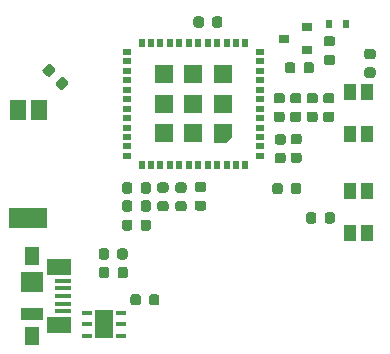
<source format=gbr>
%TF.GenerationSoftware,KiCad,Pcbnew,(5.1.8)-1*%
%TF.CreationDate,2021-03-28T09:39:19+02:00*%
%TF.ProjectId,KETCube_mainboard,4b455443-7562-4655-9f6d-61696e626f61,I*%
%TF.SameCoordinates,Original*%
%TF.FileFunction,Paste,Top*%
%TF.FilePolarity,Positive*%
%FSLAX46Y46*%
G04 Gerber Fmt 4.6, Leading zero omitted, Abs format (unit mm)*
G04 Created by KiCad (PCBNEW (5.1.8)-1) date 2021-03-28 09:39:19*
%MOMM*%
%LPD*%
G01*
G04 APERTURE LIST*
%ADD10C,0.100000*%
%ADD11C,0.010000*%
%ADD12R,0.600000X0.700000*%
%ADD13R,1.000000X1.000000*%
%ADD14R,1.600000X1.600000*%
%ADD15R,0.500000X0.800000*%
%ADD16R,0.800000X0.500000*%
%ADD17R,1.500000X2.400000*%
%ADD18R,0.860000X0.420000*%
%ADD19R,1.050000X1.400000*%
%ADD20R,0.900000X0.800000*%
%ADD21R,1.300000X1.650000*%
%ADD22R,1.900000X1.000000*%
%ADD23R,1.900000X1.800000*%
%ADD24R,2.100000X1.425000*%
%ADD25R,1.380000X0.450000*%
%ADD26R,1.450000X1.700000*%
%ADD27R,3.200000X1.700000*%
G04 APERTURE END LIST*
D10*
%TO.C,IC1*%
G36*
X149347660Y-95702860D02*
G01*
X149347660Y-97302860D01*
X150447660Y-97302860D01*
X150947660Y-96802860D01*
X150947660Y-95702860D01*
X149347660Y-95702860D01*
G37*
D11*
%TO.C,IC3*%
G36*
X139620485Y-111641700D02*
G01*
X140591400Y-111641700D01*
X140591400Y-112571530D01*
X139620485Y-112571530D01*
X139620485Y-111641700D01*
G37*
X139620485Y-111641700D02*
X140591400Y-111641700D01*
X140591400Y-112571530D01*
X139620485Y-112571530D01*
X139620485Y-111641700D01*
G36*
X139621083Y-112751700D02*
G01*
X140591400Y-112751700D01*
X140591400Y-113682370D01*
X139621083Y-113682370D01*
X139621083Y-112751700D01*
G37*
X139621083Y-112751700D02*
X140591400Y-112751700D01*
X140591400Y-113682370D01*
X139621083Y-113682370D01*
X139621083Y-112751700D01*
%TD*%
D12*
%TO.C,D4*%
X160554900Y-87198200D03*
X159154900Y-87198200D03*
%TD*%
D13*
%TO.C,IC1*%
X150147660Y-96502860D03*
D14*
X145147660Y-91502860D03*
X147647660Y-91502860D03*
X150147660Y-91502860D03*
X145147660Y-94002860D03*
X147647660Y-94002860D03*
X150147660Y-94002860D03*
X145147660Y-96502860D03*
X147647660Y-96502860D03*
D15*
X152047660Y-99202860D03*
X151247660Y-99202860D03*
X150447660Y-99202860D03*
X149647660Y-99202860D03*
X148847660Y-99202860D03*
X148047660Y-99202860D03*
X147247660Y-99202860D03*
X146447660Y-99202860D03*
X145647660Y-99202860D03*
X144847660Y-99202860D03*
X144047660Y-99202860D03*
X143247660Y-99202860D03*
D16*
X141997660Y-98402860D03*
X141997660Y-97602860D03*
X141997660Y-96802860D03*
X141997660Y-96002860D03*
X141997660Y-95202860D03*
X141997660Y-94402860D03*
X141997660Y-93602860D03*
X141997660Y-92802860D03*
X141997660Y-92002860D03*
X141997660Y-91202860D03*
X141997660Y-90402860D03*
X141997660Y-89602860D03*
D15*
X143247660Y-88802860D03*
X144047660Y-88802860D03*
X144847660Y-88802860D03*
X145647660Y-88802860D03*
X146447660Y-88802860D03*
X147247660Y-88802860D03*
X148047660Y-88802860D03*
X148847660Y-88802860D03*
X149647660Y-88802860D03*
X150447660Y-88802860D03*
X151247660Y-88802860D03*
X152047660Y-88802860D03*
D16*
X153297660Y-89602860D03*
X153297660Y-90402860D03*
X153297660Y-91202860D03*
X153297660Y-92002860D03*
X153297660Y-92802860D03*
X153297660Y-93602860D03*
X153297660Y-94402860D03*
X153297660Y-95202860D03*
X153297660Y-96002860D03*
X153297660Y-96802860D03*
X153297660Y-97602860D03*
X153297660Y-98402860D03*
%TD*%
%TO.C,C4*%
G36*
G01*
X157952150Y-93960200D02*
X157439650Y-93960200D01*
G75*
G02*
X157220900Y-93741450I0J218750D01*
G01*
X157220900Y-93303950D01*
G75*
G02*
X157439650Y-93085200I218750J0D01*
G01*
X157952150Y-93085200D01*
G75*
G02*
X158170900Y-93303950I0J-218750D01*
G01*
X158170900Y-93741450D01*
G75*
G02*
X157952150Y-93960200I-218750J0D01*
G01*
G37*
G36*
G01*
X157952150Y-95535200D02*
X157439650Y-95535200D01*
G75*
G02*
X157220900Y-95316450I0J218750D01*
G01*
X157220900Y-94878950D01*
G75*
G02*
X157439650Y-94660200I218750J0D01*
G01*
X157952150Y-94660200D01*
G75*
G02*
X158170900Y-94878950I0J-218750D01*
G01*
X158170900Y-95316450D01*
G75*
G02*
X157952150Y-95535200I-218750J0D01*
G01*
G37*
%TD*%
D17*
%TO.C,IC3*%
X140106400Y-112661700D03*
D18*
X141541400Y-113661700D03*
X141541400Y-111661700D03*
X141541400Y-112661700D03*
X138671400Y-113661700D03*
X138671400Y-111661700D03*
X138671400Y-112661700D03*
%TD*%
%TO.C,D7*%
G36*
G01*
X162841650Y-90213700D02*
X162329150Y-90213700D01*
G75*
G02*
X162110400Y-89994950I0J218750D01*
G01*
X162110400Y-89557450D01*
G75*
G02*
X162329150Y-89338700I218750J0D01*
G01*
X162841650Y-89338700D01*
G75*
G02*
X163060400Y-89557450I0J-218750D01*
G01*
X163060400Y-89994950D01*
G75*
G02*
X162841650Y-90213700I-218750J0D01*
G01*
G37*
G36*
G01*
X162841650Y-91788700D02*
X162329150Y-91788700D01*
G75*
G02*
X162110400Y-91569950I0J218750D01*
G01*
X162110400Y-91132450D01*
G75*
G02*
X162329150Y-90913700I218750J0D01*
G01*
X162841650Y-90913700D01*
G75*
G02*
X163060400Y-91132450I0J-218750D01*
G01*
X163060400Y-91569950D01*
G75*
G02*
X162841650Y-91788700I-218750J0D01*
G01*
G37*
%TD*%
D19*
%TO.C,SW2*%
X162342660Y-101346860D03*
X162342660Y-104946860D03*
X160892660Y-101346860D03*
X160892660Y-104946860D03*
%TD*%
%TO.C,SW1*%
X162342660Y-92964860D03*
X162342660Y-96564860D03*
X160892660Y-92964860D03*
X160892660Y-96564860D03*
%TD*%
%TO.C,R9*%
G36*
G01*
X158744400Y-103911110D02*
X158744400Y-103398610D01*
G75*
G02*
X158963150Y-103179860I218750J0D01*
G01*
X159400650Y-103179860D01*
G75*
G02*
X159619400Y-103398610I0J-218750D01*
G01*
X159619400Y-103911110D01*
G75*
G02*
X159400650Y-104129860I-218750J0D01*
G01*
X158963150Y-104129860D01*
G75*
G02*
X158744400Y-103911110I0J218750D01*
G01*
G37*
G36*
G01*
X157169400Y-103911110D02*
X157169400Y-103398610D01*
G75*
G02*
X157388150Y-103179860I218750J0D01*
G01*
X157825650Y-103179860D01*
G75*
G02*
X158044400Y-103398610I0J-218750D01*
G01*
X158044400Y-103911110D01*
G75*
G02*
X157825650Y-104129860I-218750J0D01*
G01*
X157388150Y-104129860D01*
G75*
G02*
X157169400Y-103911110I0J218750D01*
G01*
G37*
%TD*%
%TO.C,R8*%
G36*
G01*
X140493000Y-106449150D02*
X140493000Y-106961650D01*
G75*
G02*
X140274250Y-107180400I-218750J0D01*
G01*
X139836750Y-107180400D01*
G75*
G02*
X139618000Y-106961650I0J218750D01*
G01*
X139618000Y-106449150D01*
G75*
G02*
X139836750Y-106230400I218750J0D01*
G01*
X140274250Y-106230400D01*
G75*
G02*
X140493000Y-106449150I0J-218750D01*
G01*
G37*
G36*
G01*
X142068000Y-106449150D02*
X142068000Y-106961650D01*
G75*
G02*
X141849250Y-107180400I-218750J0D01*
G01*
X141411750Y-107180400D01*
G75*
G02*
X141193000Y-106961650I0J218750D01*
G01*
X141193000Y-106449150D01*
G75*
G02*
X141411750Y-106230400I218750J0D01*
G01*
X141849250Y-106230400D01*
G75*
G02*
X142068000Y-106449150I0J-218750D01*
G01*
G37*
%TD*%
%TO.C,R7*%
G36*
G01*
X140518400Y-108023950D02*
X140518400Y-108536450D01*
G75*
G02*
X140299650Y-108755200I-218750J0D01*
G01*
X139862150Y-108755200D01*
G75*
G02*
X139643400Y-108536450I0J218750D01*
G01*
X139643400Y-108023950D01*
G75*
G02*
X139862150Y-107805200I218750J0D01*
G01*
X140299650Y-107805200D01*
G75*
G02*
X140518400Y-108023950I0J-218750D01*
G01*
G37*
G36*
G01*
X142093400Y-108023950D02*
X142093400Y-108536450D01*
G75*
G02*
X141874650Y-108755200I-218750J0D01*
G01*
X141437150Y-108755200D01*
G75*
G02*
X141218400Y-108536450I0J218750D01*
G01*
X141218400Y-108023950D01*
G75*
G02*
X141437150Y-107805200I218750J0D01*
G01*
X141874650Y-107805200D01*
G75*
G02*
X142093400Y-108023950I0J-218750D01*
G01*
G37*
%TD*%
%TO.C,R5*%
G36*
G01*
X148519400Y-86814950D02*
X148519400Y-87327450D01*
G75*
G02*
X148300650Y-87546200I-218750J0D01*
G01*
X147863150Y-87546200D01*
G75*
G02*
X147644400Y-87327450I0J218750D01*
G01*
X147644400Y-86814950D01*
G75*
G02*
X147863150Y-86596200I218750J0D01*
G01*
X148300650Y-86596200D01*
G75*
G02*
X148519400Y-86814950I0J-218750D01*
G01*
G37*
G36*
G01*
X150094400Y-86814950D02*
X150094400Y-87327450D01*
G75*
G02*
X149875650Y-87546200I-218750J0D01*
G01*
X149438150Y-87546200D01*
G75*
G02*
X149219400Y-87327450I0J218750D01*
G01*
X149219400Y-86814950D01*
G75*
G02*
X149438150Y-86596200I218750J0D01*
G01*
X149875650Y-86596200D01*
G75*
G02*
X150094400Y-86814950I0J-218750D01*
G01*
G37*
%TD*%
%TO.C,R4*%
G36*
G01*
X145315650Y-101516700D02*
X144803150Y-101516700D01*
G75*
G02*
X144584400Y-101297950I0J218750D01*
G01*
X144584400Y-100860450D01*
G75*
G02*
X144803150Y-100641700I218750J0D01*
G01*
X145315650Y-100641700D01*
G75*
G02*
X145534400Y-100860450I0J-218750D01*
G01*
X145534400Y-101297950D01*
G75*
G02*
X145315650Y-101516700I-218750J0D01*
G01*
G37*
G36*
G01*
X145315650Y-103091700D02*
X144803150Y-103091700D01*
G75*
G02*
X144584400Y-102872950I0J218750D01*
G01*
X144584400Y-102435450D01*
G75*
G02*
X144803150Y-102216700I218750J0D01*
G01*
X145315650Y-102216700D01*
G75*
G02*
X145534400Y-102435450I0J-218750D01*
G01*
X145534400Y-102872950D01*
G75*
G02*
X145315650Y-103091700I-218750J0D01*
G01*
G37*
%TD*%
%TO.C,R3*%
G36*
G01*
X158836650Y-94660200D02*
X159349150Y-94660200D01*
G75*
G02*
X159567900Y-94878950I0J-218750D01*
G01*
X159567900Y-95316450D01*
G75*
G02*
X159349150Y-95535200I-218750J0D01*
G01*
X158836650Y-95535200D01*
G75*
G02*
X158617900Y-95316450I0J218750D01*
G01*
X158617900Y-94878950D01*
G75*
G02*
X158836650Y-94660200I218750J0D01*
G01*
G37*
G36*
G01*
X158836650Y-93085200D02*
X159349150Y-93085200D01*
G75*
G02*
X159567900Y-93303950I0J-218750D01*
G01*
X159567900Y-93741450D01*
G75*
G02*
X159349150Y-93960200I-218750J0D01*
G01*
X158836650Y-93960200D01*
G75*
G02*
X158617900Y-93741450I0J218750D01*
G01*
X158617900Y-93303950D01*
G75*
G02*
X158836650Y-93085200I218750J0D01*
G01*
G37*
%TD*%
%TO.C,R2*%
G36*
G01*
X146839650Y-101526860D02*
X146327150Y-101526860D01*
G75*
G02*
X146108400Y-101308110I0J218750D01*
G01*
X146108400Y-100870610D01*
G75*
G02*
X146327150Y-100651860I218750J0D01*
G01*
X146839650Y-100651860D01*
G75*
G02*
X147058400Y-100870610I0J-218750D01*
G01*
X147058400Y-101308110D01*
G75*
G02*
X146839650Y-101526860I-218750J0D01*
G01*
G37*
G36*
G01*
X146839650Y-103101860D02*
X146327150Y-103101860D01*
G75*
G02*
X146108400Y-102883110I0J218750D01*
G01*
X146108400Y-102445610D01*
G75*
G02*
X146327150Y-102226860I218750J0D01*
G01*
X146839650Y-102226860D01*
G75*
G02*
X147058400Y-102445610I0J-218750D01*
G01*
X147058400Y-102883110D01*
G75*
G02*
X146839650Y-103101860I-218750J0D01*
G01*
G37*
%TD*%
%TO.C,R1*%
G36*
G01*
X147978150Y-102178700D02*
X148490650Y-102178700D01*
G75*
G02*
X148709400Y-102397450I0J-218750D01*
G01*
X148709400Y-102834950D01*
G75*
G02*
X148490650Y-103053700I-218750J0D01*
G01*
X147978150Y-103053700D01*
G75*
G02*
X147759400Y-102834950I0J218750D01*
G01*
X147759400Y-102397450D01*
G75*
G02*
X147978150Y-102178700I218750J0D01*
G01*
G37*
G36*
G01*
X147978150Y-100603700D02*
X148490650Y-100603700D01*
G75*
G02*
X148709400Y-100822450I0J-218750D01*
G01*
X148709400Y-101259950D01*
G75*
G02*
X148490650Y-101478700I-218750J0D01*
G01*
X147978150Y-101478700D01*
G75*
G02*
X147759400Y-101259950I0J218750D01*
G01*
X147759400Y-100822450D01*
G75*
G02*
X147978150Y-100603700I218750J0D01*
G01*
G37*
%TD*%
%TO.C,L1*%
G36*
G01*
X143171660Y-104523250D02*
X143171660Y-104010750D01*
G75*
G02*
X143390410Y-103792000I218750J0D01*
G01*
X143827910Y-103792000D01*
G75*
G02*
X144046660Y-104010750I0J-218750D01*
G01*
X144046660Y-104523250D01*
G75*
G02*
X143827910Y-104742000I-218750J0D01*
G01*
X143390410Y-104742000D01*
G75*
G02*
X143171660Y-104523250I0J218750D01*
G01*
G37*
G36*
G01*
X141596660Y-104523250D02*
X141596660Y-104010750D01*
G75*
G02*
X141815410Y-103792000I218750J0D01*
G01*
X142252910Y-103792000D01*
G75*
G02*
X142471660Y-104010750I0J-218750D01*
G01*
X142471660Y-104523250D01*
G75*
G02*
X142252910Y-104742000I-218750J0D01*
G01*
X141815410Y-104742000D01*
G75*
G02*
X141596660Y-104523250I0J218750D01*
G01*
G37*
%TD*%
D20*
%TO.C,IC2*%
X155298900Y-88468200D03*
X157298900Y-87518200D03*
X157298900Y-89418200D03*
%TD*%
D21*
%TO.C,H7*%
X133937660Y-113633860D03*
X133937660Y-106883860D03*
D22*
X133937660Y-111808860D03*
D23*
X133937660Y-109108860D03*
D24*
X136237660Y-107771860D03*
X136237660Y-112745860D03*
D25*
X136596660Y-111558860D03*
X136596660Y-110908860D03*
X136596660Y-110258860D03*
X136596660Y-109608860D03*
X136596660Y-108958860D03*
%TD*%
%TO.C,C12*%
G36*
G01*
X143171660Y-102895110D02*
X143171660Y-102382610D01*
G75*
G02*
X143390410Y-102163860I218750J0D01*
G01*
X143827910Y-102163860D01*
G75*
G02*
X144046660Y-102382610I0J-218750D01*
G01*
X144046660Y-102895110D01*
G75*
G02*
X143827910Y-103113860I-218750J0D01*
G01*
X143390410Y-103113860D01*
G75*
G02*
X143171660Y-102895110I0J218750D01*
G01*
G37*
G36*
G01*
X141596660Y-102895110D02*
X141596660Y-102382610D01*
G75*
G02*
X141815410Y-102163860I218750J0D01*
G01*
X142252910Y-102163860D01*
G75*
G02*
X142471660Y-102382610I0J-218750D01*
G01*
X142471660Y-102895110D01*
G75*
G02*
X142252910Y-103113860I-218750J0D01*
G01*
X141815410Y-103113860D01*
G75*
G02*
X141596660Y-102895110I0J218750D01*
G01*
G37*
%TD*%
%TO.C,C11*%
G36*
G01*
X136029951Y-92145544D02*
X136392344Y-91783151D01*
G75*
G02*
X136701704Y-91783151I154680J-154680D01*
G01*
X137011063Y-92092510D01*
G75*
G02*
X137011063Y-92401870I-154680J-154680D01*
G01*
X136648670Y-92764263D01*
G75*
G02*
X136339310Y-92764263I-154680J154680D01*
G01*
X136029951Y-92454904D01*
G75*
G02*
X136029951Y-92145544I154680J154680D01*
G01*
G37*
G36*
G01*
X134916257Y-91031850D02*
X135278650Y-90669457D01*
G75*
G02*
X135588010Y-90669457I154680J-154680D01*
G01*
X135897369Y-90978816D01*
G75*
G02*
X135897369Y-91288176I-154680J-154680D01*
G01*
X135534976Y-91650569D01*
G75*
G02*
X135225616Y-91650569I-154680J154680D01*
G01*
X134916257Y-91341210D01*
G75*
G02*
X134916257Y-91031850I154680J154680D01*
G01*
G37*
%TD*%
%TO.C,C10*%
G36*
G01*
X155186900Y-100911950D02*
X155186900Y-101424450D01*
G75*
G02*
X154968150Y-101643200I-218750J0D01*
G01*
X154530650Y-101643200D01*
G75*
G02*
X154311900Y-101424450I0J218750D01*
G01*
X154311900Y-100911950D01*
G75*
G02*
X154530650Y-100693200I218750J0D01*
G01*
X154968150Y-100693200D01*
G75*
G02*
X155186900Y-100911950I0J-218750D01*
G01*
G37*
G36*
G01*
X156761900Y-100911950D02*
X156761900Y-101424450D01*
G75*
G02*
X156543150Y-101643200I-218750J0D01*
G01*
X156105650Y-101643200D01*
G75*
G02*
X155886900Y-101424450I0J218750D01*
G01*
X155886900Y-100911950D01*
G75*
G02*
X156105650Y-100693200I218750J0D01*
G01*
X156543150Y-100693200D01*
G75*
G02*
X156761900Y-100911950I0J-218750D01*
G01*
G37*
%TD*%
%TO.C,C9*%
G36*
G01*
X143171660Y-101371110D02*
X143171660Y-100858610D01*
G75*
G02*
X143390410Y-100639860I218750J0D01*
G01*
X143827910Y-100639860D01*
G75*
G02*
X144046660Y-100858610I0J-218750D01*
G01*
X144046660Y-101371110D01*
G75*
G02*
X143827910Y-101589860I-218750J0D01*
G01*
X143390410Y-101589860D01*
G75*
G02*
X143171660Y-101371110I0J218750D01*
G01*
G37*
G36*
G01*
X141596660Y-101371110D02*
X141596660Y-100858610D01*
G75*
G02*
X141815410Y-100639860I218750J0D01*
G01*
X142252910Y-100639860D01*
G75*
G02*
X142471660Y-100858610I0J-218750D01*
G01*
X142471660Y-101371110D01*
G75*
G02*
X142252910Y-101589860I-218750J0D01*
G01*
X141815410Y-101589860D01*
G75*
G02*
X141596660Y-101371110I0J218750D01*
G01*
G37*
%TD*%
%TO.C,C8*%
G36*
G01*
X158900150Y-89834200D02*
X159412650Y-89834200D01*
G75*
G02*
X159631400Y-90052950I0J-218750D01*
G01*
X159631400Y-90490450D01*
G75*
G02*
X159412650Y-90709200I-218750J0D01*
G01*
X158900150Y-90709200D01*
G75*
G02*
X158681400Y-90490450I0J218750D01*
G01*
X158681400Y-90052950D01*
G75*
G02*
X158900150Y-89834200I218750J0D01*
G01*
G37*
G36*
G01*
X158900150Y-88259200D02*
X159412650Y-88259200D01*
G75*
G02*
X159631400Y-88477950I0J-218750D01*
G01*
X159631400Y-88915450D01*
G75*
G02*
X159412650Y-89134200I-218750J0D01*
G01*
X158900150Y-89134200D01*
G75*
G02*
X158681400Y-88915450I0J218750D01*
G01*
X158681400Y-88477950D01*
G75*
G02*
X158900150Y-88259200I218750J0D01*
G01*
G37*
%TD*%
%TO.C,C7*%
G36*
G01*
X156966400Y-91200950D02*
X156966400Y-90688450D01*
G75*
G02*
X157185150Y-90469700I218750J0D01*
G01*
X157622650Y-90469700D01*
G75*
G02*
X157841400Y-90688450I0J-218750D01*
G01*
X157841400Y-91200950D01*
G75*
G02*
X157622650Y-91419700I-218750J0D01*
G01*
X157185150Y-91419700D01*
G75*
G02*
X156966400Y-91200950I0J218750D01*
G01*
G37*
G36*
G01*
X155391400Y-91200950D02*
X155391400Y-90688450D01*
G75*
G02*
X155610150Y-90469700I218750J0D01*
G01*
X156047650Y-90469700D01*
G75*
G02*
X156266400Y-90688450I0J-218750D01*
G01*
X156266400Y-91200950D01*
G75*
G02*
X156047650Y-91419700I-218750J0D01*
G01*
X155610150Y-91419700D01*
G75*
G02*
X155391400Y-91200950I0J218750D01*
G01*
G37*
%TD*%
%TO.C,C6*%
G36*
G01*
X155158150Y-93960200D02*
X154645650Y-93960200D01*
G75*
G02*
X154426900Y-93741450I0J218750D01*
G01*
X154426900Y-93303950D01*
G75*
G02*
X154645650Y-93085200I218750J0D01*
G01*
X155158150Y-93085200D01*
G75*
G02*
X155376900Y-93303950I0J-218750D01*
G01*
X155376900Y-93741450D01*
G75*
G02*
X155158150Y-93960200I-218750J0D01*
G01*
G37*
G36*
G01*
X155158150Y-95535200D02*
X154645650Y-95535200D01*
G75*
G02*
X154426900Y-95316450I0J218750D01*
G01*
X154426900Y-94878950D01*
G75*
G02*
X154645650Y-94660200I218750J0D01*
G01*
X155158150Y-94660200D01*
G75*
G02*
X155376900Y-94878950I0J-218750D01*
G01*
X155376900Y-95316450D01*
G75*
G02*
X155158150Y-95535200I-218750J0D01*
G01*
G37*
%TD*%
%TO.C,C5*%
G36*
G01*
X156555150Y-93960200D02*
X156042650Y-93960200D01*
G75*
G02*
X155823900Y-93741450I0J218750D01*
G01*
X155823900Y-93303950D01*
G75*
G02*
X156042650Y-93085200I218750J0D01*
G01*
X156555150Y-93085200D01*
G75*
G02*
X156773900Y-93303950I0J-218750D01*
G01*
X156773900Y-93741450D01*
G75*
G02*
X156555150Y-93960200I-218750J0D01*
G01*
G37*
G36*
G01*
X156555150Y-95535200D02*
X156042650Y-95535200D01*
G75*
G02*
X155823900Y-95316450I0J218750D01*
G01*
X155823900Y-94878950D01*
G75*
G02*
X156042650Y-94660200I218750J0D01*
G01*
X156555150Y-94660200D01*
G75*
G02*
X156773900Y-94878950I0J-218750D01*
G01*
X156773900Y-95316450D01*
G75*
G02*
X156555150Y-95535200I-218750J0D01*
G01*
G37*
%TD*%
%TO.C,C3*%
G36*
G01*
X154734550Y-98152700D02*
X155247050Y-98152700D01*
G75*
G02*
X155465800Y-98371450I0J-218750D01*
G01*
X155465800Y-98808950D01*
G75*
G02*
X155247050Y-99027700I-218750J0D01*
G01*
X154734550Y-99027700D01*
G75*
G02*
X154515800Y-98808950I0J218750D01*
G01*
X154515800Y-98371450D01*
G75*
G02*
X154734550Y-98152700I218750J0D01*
G01*
G37*
G36*
G01*
X154734550Y-96577700D02*
X155247050Y-96577700D01*
G75*
G02*
X155465800Y-96796450I0J-218750D01*
G01*
X155465800Y-97233950D01*
G75*
G02*
X155247050Y-97452700I-218750J0D01*
G01*
X154734550Y-97452700D01*
G75*
G02*
X154515800Y-97233950I0J218750D01*
G01*
X154515800Y-96796450D01*
G75*
G02*
X154734550Y-96577700I218750J0D01*
G01*
G37*
%TD*%
%TO.C,C2*%
G36*
G01*
X156080750Y-98114600D02*
X156593250Y-98114600D01*
G75*
G02*
X156812000Y-98333350I0J-218750D01*
G01*
X156812000Y-98770850D01*
G75*
G02*
X156593250Y-98989600I-218750J0D01*
G01*
X156080750Y-98989600D01*
G75*
G02*
X155862000Y-98770850I0J218750D01*
G01*
X155862000Y-98333350D01*
G75*
G02*
X156080750Y-98114600I218750J0D01*
G01*
G37*
G36*
G01*
X156080750Y-96539600D02*
X156593250Y-96539600D01*
G75*
G02*
X156812000Y-96758350I0J-218750D01*
G01*
X156812000Y-97195850D01*
G75*
G02*
X156593250Y-97414600I-218750J0D01*
G01*
X156080750Y-97414600D01*
G75*
G02*
X155862000Y-97195850I0J218750D01*
G01*
X155862000Y-96758350D01*
G75*
G02*
X156080750Y-96539600I218750J0D01*
G01*
G37*
%TD*%
%TO.C,C1*%
G36*
G01*
X143185400Y-110335350D02*
X143185400Y-110847850D01*
G75*
G02*
X142966650Y-111066600I-218750J0D01*
G01*
X142529150Y-111066600D01*
G75*
G02*
X142310400Y-110847850I0J218750D01*
G01*
X142310400Y-110335350D01*
G75*
G02*
X142529150Y-110116600I218750J0D01*
G01*
X142966650Y-110116600D01*
G75*
G02*
X143185400Y-110335350I0J-218750D01*
G01*
G37*
G36*
G01*
X144760400Y-110335350D02*
X144760400Y-110847850D01*
G75*
G02*
X144541650Y-111066600I-218750J0D01*
G01*
X144104150Y-111066600D01*
G75*
G02*
X143885400Y-110847850I0J218750D01*
G01*
X143885400Y-110335350D01*
G75*
G02*
X144104150Y-110116600I218750J0D01*
G01*
X144541650Y-110116600D01*
G75*
G02*
X144760400Y-110335350I0J-218750D01*
G01*
G37*
%TD*%
D26*
%TO.C,AN2*%
X134577660Y-94482860D03*
X132777660Y-94482860D03*
D27*
X133677660Y-103682860D03*
%TD*%
M02*

</source>
